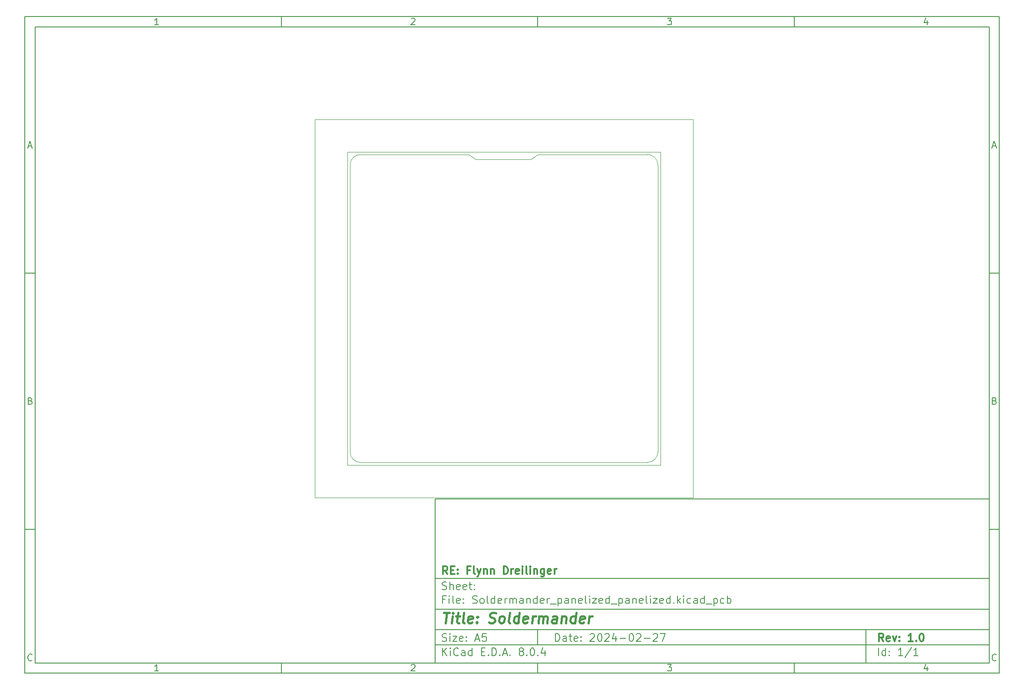
<source format=gbr>
%TF.GenerationSoftware,KiCad,Pcbnew,8.0.4*%
%TF.CreationDate,2024-07-26T00:04:39-07:00*%
%TF.ProjectId,Soldermander_panelized_panelized,536f6c64-6572-46d6-916e-6465725f7061,1.0*%
%TF.SameCoordinates,Original*%
%TF.FileFunction,Profile,NP*%
%FSLAX46Y46*%
G04 Gerber Fmt 4.6, Leading zero omitted, Abs format (unit mm)*
G04 Created by KiCad (PCBNEW 8.0.4) date 2024-07-26 00:04:39*
%MOMM*%
%LPD*%
G01*
G04 APERTURE LIST*
%ADD10C,0.100000*%
%ADD11C,0.150000*%
%ADD12C,0.300000*%
%ADD13C,0.400000*%
%TA.AperFunction,Profile*%
%ADD14C,0.100000*%
%TD*%
G04 APERTURE END LIST*
D10*
D11*
X90007200Y-104005800D02*
X198007200Y-104005800D01*
X198007200Y-136005800D01*
X90007200Y-136005800D01*
X90007200Y-104005800D01*
D10*
D11*
X10000000Y-10000000D02*
X200007200Y-10000000D01*
X200007200Y-138005800D01*
X10000000Y-138005800D01*
X10000000Y-10000000D01*
D10*
D11*
X12000000Y-12000000D02*
X198007200Y-12000000D01*
X198007200Y-136005800D01*
X12000000Y-136005800D01*
X12000000Y-12000000D01*
D10*
D11*
X60000000Y-12000000D02*
X60000000Y-10000000D01*
D10*
D11*
X110000000Y-12000000D02*
X110000000Y-10000000D01*
D10*
D11*
X160000000Y-12000000D02*
X160000000Y-10000000D01*
D10*
D11*
X36089160Y-11593604D02*
X35346303Y-11593604D01*
X35717731Y-11593604D02*
X35717731Y-10293604D01*
X35717731Y-10293604D02*
X35593922Y-10479319D01*
X35593922Y-10479319D02*
X35470112Y-10603128D01*
X35470112Y-10603128D02*
X35346303Y-10665033D01*
D10*
D11*
X85346303Y-10417414D02*
X85408207Y-10355509D01*
X85408207Y-10355509D02*
X85532017Y-10293604D01*
X85532017Y-10293604D02*
X85841541Y-10293604D01*
X85841541Y-10293604D02*
X85965350Y-10355509D01*
X85965350Y-10355509D02*
X86027255Y-10417414D01*
X86027255Y-10417414D02*
X86089160Y-10541223D01*
X86089160Y-10541223D02*
X86089160Y-10665033D01*
X86089160Y-10665033D02*
X86027255Y-10850747D01*
X86027255Y-10850747D02*
X85284398Y-11593604D01*
X85284398Y-11593604D02*
X86089160Y-11593604D01*
D10*
D11*
X135284398Y-10293604D02*
X136089160Y-10293604D01*
X136089160Y-10293604D02*
X135655826Y-10788842D01*
X135655826Y-10788842D02*
X135841541Y-10788842D01*
X135841541Y-10788842D02*
X135965350Y-10850747D01*
X135965350Y-10850747D02*
X136027255Y-10912652D01*
X136027255Y-10912652D02*
X136089160Y-11036461D01*
X136089160Y-11036461D02*
X136089160Y-11345985D01*
X136089160Y-11345985D02*
X136027255Y-11469795D01*
X136027255Y-11469795D02*
X135965350Y-11531700D01*
X135965350Y-11531700D02*
X135841541Y-11593604D01*
X135841541Y-11593604D02*
X135470112Y-11593604D01*
X135470112Y-11593604D02*
X135346303Y-11531700D01*
X135346303Y-11531700D02*
X135284398Y-11469795D01*
D10*
D11*
X185965350Y-10726938D02*
X185965350Y-11593604D01*
X185655826Y-10231700D02*
X185346303Y-11160271D01*
X185346303Y-11160271D02*
X186151064Y-11160271D01*
D10*
D11*
X60000000Y-136005800D02*
X60000000Y-138005800D01*
D10*
D11*
X110000000Y-136005800D02*
X110000000Y-138005800D01*
D10*
D11*
X160000000Y-136005800D02*
X160000000Y-138005800D01*
D10*
D11*
X36089160Y-137599404D02*
X35346303Y-137599404D01*
X35717731Y-137599404D02*
X35717731Y-136299404D01*
X35717731Y-136299404D02*
X35593922Y-136485119D01*
X35593922Y-136485119D02*
X35470112Y-136608928D01*
X35470112Y-136608928D02*
X35346303Y-136670833D01*
D10*
D11*
X85346303Y-136423214D02*
X85408207Y-136361309D01*
X85408207Y-136361309D02*
X85532017Y-136299404D01*
X85532017Y-136299404D02*
X85841541Y-136299404D01*
X85841541Y-136299404D02*
X85965350Y-136361309D01*
X85965350Y-136361309D02*
X86027255Y-136423214D01*
X86027255Y-136423214D02*
X86089160Y-136547023D01*
X86089160Y-136547023D02*
X86089160Y-136670833D01*
X86089160Y-136670833D02*
X86027255Y-136856547D01*
X86027255Y-136856547D02*
X85284398Y-137599404D01*
X85284398Y-137599404D02*
X86089160Y-137599404D01*
D10*
D11*
X135284398Y-136299404D02*
X136089160Y-136299404D01*
X136089160Y-136299404D02*
X135655826Y-136794642D01*
X135655826Y-136794642D02*
X135841541Y-136794642D01*
X135841541Y-136794642D02*
X135965350Y-136856547D01*
X135965350Y-136856547D02*
X136027255Y-136918452D01*
X136027255Y-136918452D02*
X136089160Y-137042261D01*
X136089160Y-137042261D02*
X136089160Y-137351785D01*
X136089160Y-137351785D02*
X136027255Y-137475595D01*
X136027255Y-137475595D02*
X135965350Y-137537500D01*
X135965350Y-137537500D02*
X135841541Y-137599404D01*
X135841541Y-137599404D02*
X135470112Y-137599404D01*
X135470112Y-137599404D02*
X135346303Y-137537500D01*
X135346303Y-137537500D02*
X135284398Y-137475595D01*
D10*
D11*
X185965350Y-136732738D02*
X185965350Y-137599404D01*
X185655826Y-136237500D02*
X185346303Y-137166071D01*
X185346303Y-137166071D02*
X186151064Y-137166071D01*
D10*
D11*
X10000000Y-60000000D02*
X12000000Y-60000000D01*
D10*
D11*
X10000000Y-110000000D02*
X12000000Y-110000000D01*
D10*
D11*
X10690476Y-35222176D02*
X11309523Y-35222176D01*
X10566666Y-35593604D02*
X10999999Y-34293604D01*
X10999999Y-34293604D02*
X11433333Y-35593604D01*
D10*
D11*
X11092857Y-84912652D02*
X11278571Y-84974557D01*
X11278571Y-84974557D02*
X11340476Y-85036461D01*
X11340476Y-85036461D02*
X11402380Y-85160271D01*
X11402380Y-85160271D02*
X11402380Y-85345985D01*
X11402380Y-85345985D02*
X11340476Y-85469795D01*
X11340476Y-85469795D02*
X11278571Y-85531700D01*
X11278571Y-85531700D02*
X11154761Y-85593604D01*
X11154761Y-85593604D02*
X10659523Y-85593604D01*
X10659523Y-85593604D02*
X10659523Y-84293604D01*
X10659523Y-84293604D02*
X11092857Y-84293604D01*
X11092857Y-84293604D02*
X11216666Y-84355509D01*
X11216666Y-84355509D02*
X11278571Y-84417414D01*
X11278571Y-84417414D02*
X11340476Y-84541223D01*
X11340476Y-84541223D02*
X11340476Y-84665033D01*
X11340476Y-84665033D02*
X11278571Y-84788842D01*
X11278571Y-84788842D02*
X11216666Y-84850747D01*
X11216666Y-84850747D02*
X11092857Y-84912652D01*
X11092857Y-84912652D02*
X10659523Y-84912652D01*
D10*
D11*
X11402380Y-135469795D02*
X11340476Y-135531700D01*
X11340476Y-135531700D02*
X11154761Y-135593604D01*
X11154761Y-135593604D02*
X11030952Y-135593604D01*
X11030952Y-135593604D02*
X10845238Y-135531700D01*
X10845238Y-135531700D02*
X10721428Y-135407890D01*
X10721428Y-135407890D02*
X10659523Y-135284080D01*
X10659523Y-135284080D02*
X10597619Y-135036461D01*
X10597619Y-135036461D02*
X10597619Y-134850747D01*
X10597619Y-134850747D02*
X10659523Y-134603128D01*
X10659523Y-134603128D02*
X10721428Y-134479319D01*
X10721428Y-134479319D02*
X10845238Y-134355509D01*
X10845238Y-134355509D02*
X11030952Y-134293604D01*
X11030952Y-134293604D02*
X11154761Y-134293604D01*
X11154761Y-134293604D02*
X11340476Y-134355509D01*
X11340476Y-134355509D02*
X11402380Y-134417414D01*
D10*
D11*
X200007200Y-60000000D02*
X198007200Y-60000000D01*
D10*
D11*
X200007200Y-110000000D02*
X198007200Y-110000000D01*
D10*
D11*
X198697676Y-35222176D02*
X199316723Y-35222176D01*
X198573866Y-35593604D02*
X199007199Y-34293604D01*
X199007199Y-34293604D02*
X199440533Y-35593604D01*
D10*
D11*
X199100057Y-84912652D02*
X199285771Y-84974557D01*
X199285771Y-84974557D02*
X199347676Y-85036461D01*
X199347676Y-85036461D02*
X199409580Y-85160271D01*
X199409580Y-85160271D02*
X199409580Y-85345985D01*
X199409580Y-85345985D02*
X199347676Y-85469795D01*
X199347676Y-85469795D02*
X199285771Y-85531700D01*
X199285771Y-85531700D02*
X199161961Y-85593604D01*
X199161961Y-85593604D02*
X198666723Y-85593604D01*
X198666723Y-85593604D02*
X198666723Y-84293604D01*
X198666723Y-84293604D02*
X199100057Y-84293604D01*
X199100057Y-84293604D02*
X199223866Y-84355509D01*
X199223866Y-84355509D02*
X199285771Y-84417414D01*
X199285771Y-84417414D02*
X199347676Y-84541223D01*
X199347676Y-84541223D02*
X199347676Y-84665033D01*
X199347676Y-84665033D02*
X199285771Y-84788842D01*
X199285771Y-84788842D02*
X199223866Y-84850747D01*
X199223866Y-84850747D02*
X199100057Y-84912652D01*
X199100057Y-84912652D02*
X198666723Y-84912652D01*
D10*
D11*
X199409580Y-135469795D02*
X199347676Y-135531700D01*
X199347676Y-135531700D02*
X199161961Y-135593604D01*
X199161961Y-135593604D02*
X199038152Y-135593604D01*
X199038152Y-135593604D02*
X198852438Y-135531700D01*
X198852438Y-135531700D02*
X198728628Y-135407890D01*
X198728628Y-135407890D02*
X198666723Y-135284080D01*
X198666723Y-135284080D02*
X198604819Y-135036461D01*
X198604819Y-135036461D02*
X198604819Y-134850747D01*
X198604819Y-134850747D02*
X198666723Y-134603128D01*
X198666723Y-134603128D02*
X198728628Y-134479319D01*
X198728628Y-134479319D02*
X198852438Y-134355509D01*
X198852438Y-134355509D02*
X199038152Y-134293604D01*
X199038152Y-134293604D02*
X199161961Y-134293604D01*
X199161961Y-134293604D02*
X199347676Y-134355509D01*
X199347676Y-134355509D02*
X199409580Y-134417414D01*
D10*
D11*
X113463026Y-131791928D02*
X113463026Y-130291928D01*
X113463026Y-130291928D02*
X113820169Y-130291928D01*
X113820169Y-130291928D02*
X114034455Y-130363357D01*
X114034455Y-130363357D02*
X114177312Y-130506214D01*
X114177312Y-130506214D02*
X114248741Y-130649071D01*
X114248741Y-130649071D02*
X114320169Y-130934785D01*
X114320169Y-130934785D02*
X114320169Y-131149071D01*
X114320169Y-131149071D02*
X114248741Y-131434785D01*
X114248741Y-131434785D02*
X114177312Y-131577642D01*
X114177312Y-131577642D02*
X114034455Y-131720500D01*
X114034455Y-131720500D02*
X113820169Y-131791928D01*
X113820169Y-131791928D02*
X113463026Y-131791928D01*
X115605884Y-131791928D02*
X115605884Y-131006214D01*
X115605884Y-131006214D02*
X115534455Y-130863357D01*
X115534455Y-130863357D02*
X115391598Y-130791928D01*
X115391598Y-130791928D02*
X115105884Y-130791928D01*
X115105884Y-130791928D02*
X114963026Y-130863357D01*
X115605884Y-131720500D02*
X115463026Y-131791928D01*
X115463026Y-131791928D02*
X115105884Y-131791928D01*
X115105884Y-131791928D02*
X114963026Y-131720500D01*
X114963026Y-131720500D02*
X114891598Y-131577642D01*
X114891598Y-131577642D02*
X114891598Y-131434785D01*
X114891598Y-131434785D02*
X114963026Y-131291928D01*
X114963026Y-131291928D02*
X115105884Y-131220500D01*
X115105884Y-131220500D02*
X115463026Y-131220500D01*
X115463026Y-131220500D02*
X115605884Y-131149071D01*
X116105884Y-130791928D02*
X116677312Y-130791928D01*
X116320169Y-130291928D02*
X116320169Y-131577642D01*
X116320169Y-131577642D02*
X116391598Y-131720500D01*
X116391598Y-131720500D02*
X116534455Y-131791928D01*
X116534455Y-131791928D02*
X116677312Y-131791928D01*
X117748741Y-131720500D02*
X117605884Y-131791928D01*
X117605884Y-131791928D02*
X117320170Y-131791928D01*
X117320170Y-131791928D02*
X117177312Y-131720500D01*
X117177312Y-131720500D02*
X117105884Y-131577642D01*
X117105884Y-131577642D02*
X117105884Y-131006214D01*
X117105884Y-131006214D02*
X117177312Y-130863357D01*
X117177312Y-130863357D02*
X117320170Y-130791928D01*
X117320170Y-130791928D02*
X117605884Y-130791928D01*
X117605884Y-130791928D02*
X117748741Y-130863357D01*
X117748741Y-130863357D02*
X117820170Y-131006214D01*
X117820170Y-131006214D02*
X117820170Y-131149071D01*
X117820170Y-131149071D02*
X117105884Y-131291928D01*
X118463026Y-131649071D02*
X118534455Y-131720500D01*
X118534455Y-131720500D02*
X118463026Y-131791928D01*
X118463026Y-131791928D02*
X118391598Y-131720500D01*
X118391598Y-131720500D02*
X118463026Y-131649071D01*
X118463026Y-131649071D02*
X118463026Y-131791928D01*
X118463026Y-130863357D02*
X118534455Y-130934785D01*
X118534455Y-130934785D02*
X118463026Y-131006214D01*
X118463026Y-131006214D02*
X118391598Y-130934785D01*
X118391598Y-130934785D02*
X118463026Y-130863357D01*
X118463026Y-130863357D02*
X118463026Y-131006214D01*
X120248741Y-130434785D02*
X120320169Y-130363357D01*
X120320169Y-130363357D02*
X120463027Y-130291928D01*
X120463027Y-130291928D02*
X120820169Y-130291928D01*
X120820169Y-130291928D02*
X120963027Y-130363357D01*
X120963027Y-130363357D02*
X121034455Y-130434785D01*
X121034455Y-130434785D02*
X121105884Y-130577642D01*
X121105884Y-130577642D02*
X121105884Y-130720500D01*
X121105884Y-130720500D02*
X121034455Y-130934785D01*
X121034455Y-130934785D02*
X120177312Y-131791928D01*
X120177312Y-131791928D02*
X121105884Y-131791928D01*
X122034455Y-130291928D02*
X122177312Y-130291928D01*
X122177312Y-130291928D02*
X122320169Y-130363357D01*
X122320169Y-130363357D02*
X122391598Y-130434785D01*
X122391598Y-130434785D02*
X122463026Y-130577642D01*
X122463026Y-130577642D02*
X122534455Y-130863357D01*
X122534455Y-130863357D02*
X122534455Y-131220500D01*
X122534455Y-131220500D02*
X122463026Y-131506214D01*
X122463026Y-131506214D02*
X122391598Y-131649071D01*
X122391598Y-131649071D02*
X122320169Y-131720500D01*
X122320169Y-131720500D02*
X122177312Y-131791928D01*
X122177312Y-131791928D02*
X122034455Y-131791928D01*
X122034455Y-131791928D02*
X121891598Y-131720500D01*
X121891598Y-131720500D02*
X121820169Y-131649071D01*
X121820169Y-131649071D02*
X121748740Y-131506214D01*
X121748740Y-131506214D02*
X121677312Y-131220500D01*
X121677312Y-131220500D02*
X121677312Y-130863357D01*
X121677312Y-130863357D02*
X121748740Y-130577642D01*
X121748740Y-130577642D02*
X121820169Y-130434785D01*
X121820169Y-130434785D02*
X121891598Y-130363357D01*
X121891598Y-130363357D02*
X122034455Y-130291928D01*
X123105883Y-130434785D02*
X123177311Y-130363357D01*
X123177311Y-130363357D02*
X123320169Y-130291928D01*
X123320169Y-130291928D02*
X123677311Y-130291928D01*
X123677311Y-130291928D02*
X123820169Y-130363357D01*
X123820169Y-130363357D02*
X123891597Y-130434785D01*
X123891597Y-130434785D02*
X123963026Y-130577642D01*
X123963026Y-130577642D02*
X123963026Y-130720500D01*
X123963026Y-130720500D02*
X123891597Y-130934785D01*
X123891597Y-130934785D02*
X123034454Y-131791928D01*
X123034454Y-131791928D02*
X123963026Y-131791928D01*
X125248740Y-130791928D02*
X125248740Y-131791928D01*
X124891597Y-130220500D02*
X124534454Y-131291928D01*
X124534454Y-131291928D02*
X125463025Y-131291928D01*
X126034453Y-131220500D02*
X127177311Y-131220500D01*
X128177311Y-130291928D02*
X128320168Y-130291928D01*
X128320168Y-130291928D02*
X128463025Y-130363357D01*
X128463025Y-130363357D02*
X128534454Y-130434785D01*
X128534454Y-130434785D02*
X128605882Y-130577642D01*
X128605882Y-130577642D02*
X128677311Y-130863357D01*
X128677311Y-130863357D02*
X128677311Y-131220500D01*
X128677311Y-131220500D02*
X128605882Y-131506214D01*
X128605882Y-131506214D02*
X128534454Y-131649071D01*
X128534454Y-131649071D02*
X128463025Y-131720500D01*
X128463025Y-131720500D02*
X128320168Y-131791928D01*
X128320168Y-131791928D02*
X128177311Y-131791928D01*
X128177311Y-131791928D02*
X128034454Y-131720500D01*
X128034454Y-131720500D02*
X127963025Y-131649071D01*
X127963025Y-131649071D02*
X127891596Y-131506214D01*
X127891596Y-131506214D02*
X127820168Y-131220500D01*
X127820168Y-131220500D02*
X127820168Y-130863357D01*
X127820168Y-130863357D02*
X127891596Y-130577642D01*
X127891596Y-130577642D02*
X127963025Y-130434785D01*
X127963025Y-130434785D02*
X128034454Y-130363357D01*
X128034454Y-130363357D02*
X128177311Y-130291928D01*
X129248739Y-130434785D02*
X129320167Y-130363357D01*
X129320167Y-130363357D02*
X129463025Y-130291928D01*
X129463025Y-130291928D02*
X129820167Y-130291928D01*
X129820167Y-130291928D02*
X129963025Y-130363357D01*
X129963025Y-130363357D02*
X130034453Y-130434785D01*
X130034453Y-130434785D02*
X130105882Y-130577642D01*
X130105882Y-130577642D02*
X130105882Y-130720500D01*
X130105882Y-130720500D02*
X130034453Y-130934785D01*
X130034453Y-130934785D02*
X129177310Y-131791928D01*
X129177310Y-131791928D02*
X130105882Y-131791928D01*
X130748738Y-131220500D02*
X131891596Y-131220500D01*
X132534453Y-130434785D02*
X132605881Y-130363357D01*
X132605881Y-130363357D02*
X132748739Y-130291928D01*
X132748739Y-130291928D02*
X133105881Y-130291928D01*
X133105881Y-130291928D02*
X133248739Y-130363357D01*
X133248739Y-130363357D02*
X133320167Y-130434785D01*
X133320167Y-130434785D02*
X133391596Y-130577642D01*
X133391596Y-130577642D02*
X133391596Y-130720500D01*
X133391596Y-130720500D02*
X133320167Y-130934785D01*
X133320167Y-130934785D02*
X132463024Y-131791928D01*
X132463024Y-131791928D02*
X133391596Y-131791928D01*
X133891595Y-130291928D02*
X134891595Y-130291928D01*
X134891595Y-130291928D02*
X134248738Y-131791928D01*
D10*
D11*
X90007200Y-132505800D02*
X198007200Y-132505800D01*
D10*
D11*
X91463026Y-134591928D02*
X91463026Y-133091928D01*
X92320169Y-134591928D02*
X91677312Y-133734785D01*
X92320169Y-133091928D02*
X91463026Y-133949071D01*
X92963026Y-134591928D02*
X92963026Y-133591928D01*
X92963026Y-133091928D02*
X92891598Y-133163357D01*
X92891598Y-133163357D02*
X92963026Y-133234785D01*
X92963026Y-133234785D02*
X93034455Y-133163357D01*
X93034455Y-133163357D02*
X92963026Y-133091928D01*
X92963026Y-133091928D02*
X92963026Y-133234785D01*
X94534455Y-134449071D02*
X94463027Y-134520500D01*
X94463027Y-134520500D02*
X94248741Y-134591928D01*
X94248741Y-134591928D02*
X94105884Y-134591928D01*
X94105884Y-134591928D02*
X93891598Y-134520500D01*
X93891598Y-134520500D02*
X93748741Y-134377642D01*
X93748741Y-134377642D02*
X93677312Y-134234785D01*
X93677312Y-134234785D02*
X93605884Y-133949071D01*
X93605884Y-133949071D02*
X93605884Y-133734785D01*
X93605884Y-133734785D02*
X93677312Y-133449071D01*
X93677312Y-133449071D02*
X93748741Y-133306214D01*
X93748741Y-133306214D02*
X93891598Y-133163357D01*
X93891598Y-133163357D02*
X94105884Y-133091928D01*
X94105884Y-133091928D02*
X94248741Y-133091928D01*
X94248741Y-133091928D02*
X94463027Y-133163357D01*
X94463027Y-133163357D02*
X94534455Y-133234785D01*
X95820170Y-134591928D02*
X95820170Y-133806214D01*
X95820170Y-133806214D02*
X95748741Y-133663357D01*
X95748741Y-133663357D02*
X95605884Y-133591928D01*
X95605884Y-133591928D02*
X95320170Y-133591928D01*
X95320170Y-133591928D02*
X95177312Y-133663357D01*
X95820170Y-134520500D02*
X95677312Y-134591928D01*
X95677312Y-134591928D02*
X95320170Y-134591928D01*
X95320170Y-134591928D02*
X95177312Y-134520500D01*
X95177312Y-134520500D02*
X95105884Y-134377642D01*
X95105884Y-134377642D02*
X95105884Y-134234785D01*
X95105884Y-134234785D02*
X95177312Y-134091928D01*
X95177312Y-134091928D02*
X95320170Y-134020500D01*
X95320170Y-134020500D02*
X95677312Y-134020500D01*
X95677312Y-134020500D02*
X95820170Y-133949071D01*
X97177313Y-134591928D02*
X97177313Y-133091928D01*
X97177313Y-134520500D02*
X97034455Y-134591928D01*
X97034455Y-134591928D02*
X96748741Y-134591928D01*
X96748741Y-134591928D02*
X96605884Y-134520500D01*
X96605884Y-134520500D02*
X96534455Y-134449071D01*
X96534455Y-134449071D02*
X96463027Y-134306214D01*
X96463027Y-134306214D02*
X96463027Y-133877642D01*
X96463027Y-133877642D02*
X96534455Y-133734785D01*
X96534455Y-133734785D02*
X96605884Y-133663357D01*
X96605884Y-133663357D02*
X96748741Y-133591928D01*
X96748741Y-133591928D02*
X97034455Y-133591928D01*
X97034455Y-133591928D02*
X97177313Y-133663357D01*
X99034455Y-133806214D02*
X99534455Y-133806214D01*
X99748741Y-134591928D02*
X99034455Y-134591928D01*
X99034455Y-134591928D02*
X99034455Y-133091928D01*
X99034455Y-133091928D02*
X99748741Y-133091928D01*
X100391598Y-134449071D02*
X100463027Y-134520500D01*
X100463027Y-134520500D02*
X100391598Y-134591928D01*
X100391598Y-134591928D02*
X100320170Y-134520500D01*
X100320170Y-134520500D02*
X100391598Y-134449071D01*
X100391598Y-134449071D02*
X100391598Y-134591928D01*
X101105884Y-134591928D02*
X101105884Y-133091928D01*
X101105884Y-133091928D02*
X101463027Y-133091928D01*
X101463027Y-133091928D02*
X101677313Y-133163357D01*
X101677313Y-133163357D02*
X101820170Y-133306214D01*
X101820170Y-133306214D02*
X101891599Y-133449071D01*
X101891599Y-133449071D02*
X101963027Y-133734785D01*
X101963027Y-133734785D02*
X101963027Y-133949071D01*
X101963027Y-133949071D02*
X101891599Y-134234785D01*
X101891599Y-134234785D02*
X101820170Y-134377642D01*
X101820170Y-134377642D02*
X101677313Y-134520500D01*
X101677313Y-134520500D02*
X101463027Y-134591928D01*
X101463027Y-134591928D02*
X101105884Y-134591928D01*
X102605884Y-134449071D02*
X102677313Y-134520500D01*
X102677313Y-134520500D02*
X102605884Y-134591928D01*
X102605884Y-134591928D02*
X102534456Y-134520500D01*
X102534456Y-134520500D02*
X102605884Y-134449071D01*
X102605884Y-134449071D02*
X102605884Y-134591928D01*
X103248742Y-134163357D02*
X103963028Y-134163357D01*
X103105885Y-134591928D02*
X103605885Y-133091928D01*
X103605885Y-133091928D02*
X104105885Y-134591928D01*
X104605884Y-134449071D02*
X104677313Y-134520500D01*
X104677313Y-134520500D02*
X104605884Y-134591928D01*
X104605884Y-134591928D02*
X104534456Y-134520500D01*
X104534456Y-134520500D02*
X104605884Y-134449071D01*
X104605884Y-134449071D02*
X104605884Y-134591928D01*
X106677313Y-133734785D02*
X106534456Y-133663357D01*
X106534456Y-133663357D02*
X106463027Y-133591928D01*
X106463027Y-133591928D02*
X106391599Y-133449071D01*
X106391599Y-133449071D02*
X106391599Y-133377642D01*
X106391599Y-133377642D02*
X106463027Y-133234785D01*
X106463027Y-133234785D02*
X106534456Y-133163357D01*
X106534456Y-133163357D02*
X106677313Y-133091928D01*
X106677313Y-133091928D02*
X106963027Y-133091928D01*
X106963027Y-133091928D02*
X107105885Y-133163357D01*
X107105885Y-133163357D02*
X107177313Y-133234785D01*
X107177313Y-133234785D02*
X107248742Y-133377642D01*
X107248742Y-133377642D02*
X107248742Y-133449071D01*
X107248742Y-133449071D02*
X107177313Y-133591928D01*
X107177313Y-133591928D02*
X107105885Y-133663357D01*
X107105885Y-133663357D02*
X106963027Y-133734785D01*
X106963027Y-133734785D02*
X106677313Y-133734785D01*
X106677313Y-133734785D02*
X106534456Y-133806214D01*
X106534456Y-133806214D02*
X106463027Y-133877642D01*
X106463027Y-133877642D02*
X106391599Y-134020500D01*
X106391599Y-134020500D02*
X106391599Y-134306214D01*
X106391599Y-134306214D02*
X106463027Y-134449071D01*
X106463027Y-134449071D02*
X106534456Y-134520500D01*
X106534456Y-134520500D02*
X106677313Y-134591928D01*
X106677313Y-134591928D02*
X106963027Y-134591928D01*
X106963027Y-134591928D02*
X107105885Y-134520500D01*
X107105885Y-134520500D02*
X107177313Y-134449071D01*
X107177313Y-134449071D02*
X107248742Y-134306214D01*
X107248742Y-134306214D02*
X107248742Y-134020500D01*
X107248742Y-134020500D02*
X107177313Y-133877642D01*
X107177313Y-133877642D02*
X107105885Y-133806214D01*
X107105885Y-133806214D02*
X106963027Y-133734785D01*
X107891598Y-134449071D02*
X107963027Y-134520500D01*
X107963027Y-134520500D02*
X107891598Y-134591928D01*
X107891598Y-134591928D02*
X107820170Y-134520500D01*
X107820170Y-134520500D02*
X107891598Y-134449071D01*
X107891598Y-134449071D02*
X107891598Y-134591928D01*
X108891599Y-133091928D02*
X109034456Y-133091928D01*
X109034456Y-133091928D02*
X109177313Y-133163357D01*
X109177313Y-133163357D02*
X109248742Y-133234785D01*
X109248742Y-133234785D02*
X109320170Y-133377642D01*
X109320170Y-133377642D02*
X109391599Y-133663357D01*
X109391599Y-133663357D02*
X109391599Y-134020500D01*
X109391599Y-134020500D02*
X109320170Y-134306214D01*
X109320170Y-134306214D02*
X109248742Y-134449071D01*
X109248742Y-134449071D02*
X109177313Y-134520500D01*
X109177313Y-134520500D02*
X109034456Y-134591928D01*
X109034456Y-134591928D02*
X108891599Y-134591928D01*
X108891599Y-134591928D02*
X108748742Y-134520500D01*
X108748742Y-134520500D02*
X108677313Y-134449071D01*
X108677313Y-134449071D02*
X108605884Y-134306214D01*
X108605884Y-134306214D02*
X108534456Y-134020500D01*
X108534456Y-134020500D02*
X108534456Y-133663357D01*
X108534456Y-133663357D02*
X108605884Y-133377642D01*
X108605884Y-133377642D02*
X108677313Y-133234785D01*
X108677313Y-133234785D02*
X108748742Y-133163357D01*
X108748742Y-133163357D02*
X108891599Y-133091928D01*
X110034455Y-134449071D02*
X110105884Y-134520500D01*
X110105884Y-134520500D02*
X110034455Y-134591928D01*
X110034455Y-134591928D02*
X109963027Y-134520500D01*
X109963027Y-134520500D02*
X110034455Y-134449071D01*
X110034455Y-134449071D02*
X110034455Y-134591928D01*
X111391599Y-133591928D02*
X111391599Y-134591928D01*
X111034456Y-133020500D02*
X110677313Y-134091928D01*
X110677313Y-134091928D02*
X111605884Y-134091928D01*
D10*
D11*
X90007200Y-129505800D02*
X198007200Y-129505800D01*
D10*
D12*
X177418853Y-131784128D02*
X176918853Y-131069842D01*
X176561710Y-131784128D02*
X176561710Y-130284128D01*
X176561710Y-130284128D02*
X177133139Y-130284128D01*
X177133139Y-130284128D02*
X177275996Y-130355557D01*
X177275996Y-130355557D02*
X177347425Y-130426985D01*
X177347425Y-130426985D02*
X177418853Y-130569842D01*
X177418853Y-130569842D02*
X177418853Y-130784128D01*
X177418853Y-130784128D02*
X177347425Y-130926985D01*
X177347425Y-130926985D02*
X177275996Y-130998414D01*
X177275996Y-130998414D02*
X177133139Y-131069842D01*
X177133139Y-131069842D02*
X176561710Y-131069842D01*
X178633139Y-131712700D02*
X178490282Y-131784128D01*
X178490282Y-131784128D02*
X178204568Y-131784128D01*
X178204568Y-131784128D02*
X178061710Y-131712700D01*
X178061710Y-131712700D02*
X177990282Y-131569842D01*
X177990282Y-131569842D02*
X177990282Y-130998414D01*
X177990282Y-130998414D02*
X178061710Y-130855557D01*
X178061710Y-130855557D02*
X178204568Y-130784128D01*
X178204568Y-130784128D02*
X178490282Y-130784128D01*
X178490282Y-130784128D02*
X178633139Y-130855557D01*
X178633139Y-130855557D02*
X178704568Y-130998414D01*
X178704568Y-130998414D02*
X178704568Y-131141271D01*
X178704568Y-131141271D02*
X177990282Y-131284128D01*
X179204567Y-130784128D02*
X179561710Y-131784128D01*
X179561710Y-131784128D02*
X179918853Y-130784128D01*
X180490281Y-131641271D02*
X180561710Y-131712700D01*
X180561710Y-131712700D02*
X180490281Y-131784128D01*
X180490281Y-131784128D02*
X180418853Y-131712700D01*
X180418853Y-131712700D02*
X180490281Y-131641271D01*
X180490281Y-131641271D02*
X180490281Y-131784128D01*
X180490281Y-130855557D02*
X180561710Y-130926985D01*
X180561710Y-130926985D02*
X180490281Y-130998414D01*
X180490281Y-130998414D02*
X180418853Y-130926985D01*
X180418853Y-130926985D02*
X180490281Y-130855557D01*
X180490281Y-130855557D02*
X180490281Y-130998414D01*
X183133139Y-131784128D02*
X182275996Y-131784128D01*
X182704567Y-131784128D02*
X182704567Y-130284128D01*
X182704567Y-130284128D02*
X182561710Y-130498414D01*
X182561710Y-130498414D02*
X182418853Y-130641271D01*
X182418853Y-130641271D02*
X182275996Y-130712700D01*
X183775995Y-131641271D02*
X183847424Y-131712700D01*
X183847424Y-131712700D02*
X183775995Y-131784128D01*
X183775995Y-131784128D02*
X183704567Y-131712700D01*
X183704567Y-131712700D02*
X183775995Y-131641271D01*
X183775995Y-131641271D02*
X183775995Y-131784128D01*
X184775996Y-130284128D02*
X184918853Y-130284128D01*
X184918853Y-130284128D02*
X185061710Y-130355557D01*
X185061710Y-130355557D02*
X185133139Y-130426985D01*
X185133139Y-130426985D02*
X185204567Y-130569842D01*
X185204567Y-130569842D02*
X185275996Y-130855557D01*
X185275996Y-130855557D02*
X185275996Y-131212700D01*
X185275996Y-131212700D02*
X185204567Y-131498414D01*
X185204567Y-131498414D02*
X185133139Y-131641271D01*
X185133139Y-131641271D02*
X185061710Y-131712700D01*
X185061710Y-131712700D02*
X184918853Y-131784128D01*
X184918853Y-131784128D02*
X184775996Y-131784128D01*
X184775996Y-131784128D02*
X184633139Y-131712700D01*
X184633139Y-131712700D02*
X184561710Y-131641271D01*
X184561710Y-131641271D02*
X184490281Y-131498414D01*
X184490281Y-131498414D02*
X184418853Y-131212700D01*
X184418853Y-131212700D02*
X184418853Y-130855557D01*
X184418853Y-130855557D02*
X184490281Y-130569842D01*
X184490281Y-130569842D02*
X184561710Y-130426985D01*
X184561710Y-130426985D02*
X184633139Y-130355557D01*
X184633139Y-130355557D02*
X184775996Y-130284128D01*
D10*
D11*
X91391598Y-131720500D02*
X91605884Y-131791928D01*
X91605884Y-131791928D02*
X91963026Y-131791928D01*
X91963026Y-131791928D02*
X92105884Y-131720500D01*
X92105884Y-131720500D02*
X92177312Y-131649071D01*
X92177312Y-131649071D02*
X92248741Y-131506214D01*
X92248741Y-131506214D02*
X92248741Y-131363357D01*
X92248741Y-131363357D02*
X92177312Y-131220500D01*
X92177312Y-131220500D02*
X92105884Y-131149071D01*
X92105884Y-131149071D02*
X91963026Y-131077642D01*
X91963026Y-131077642D02*
X91677312Y-131006214D01*
X91677312Y-131006214D02*
X91534455Y-130934785D01*
X91534455Y-130934785D02*
X91463026Y-130863357D01*
X91463026Y-130863357D02*
X91391598Y-130720500D01*
X91391598Y-130720500D02*
X91391598Y-130577642D01*
X91391598Y-130577642D02*
X91463026Y-130434785D01*
X91463026Y-130434785D02*
X91534455Y-130363357D01*
X91534455Y-130363357D02*
X91677312Y-130291928D01*
X91677312Y-130291928D02*
X92034455Y-130291928D01*
X92034455Y-130291928D02*
X92248741Y-130363357D01*
X92891597Y-131791928D02*
X92891597Y-130791928D01*
X92891597Y-130291928D02*
X92820169Y-130363357D01*
X92820169Y-130363357D02*
X92891597Y-130434785D01*
X92891597Y-130434785D02*
X92963026Y-130363357D01*
X92963026Y-130363357D02*
X92891597Y-130291928D01*
X92891597Y-130291928D02*
X92891597Y-130434785D01*
X93463026Y-130791928D02*
X94248741Y-130791928D01*
X94248741Y-130791928D02*
X93463026Y-131791928D01*
X93463026Y-131791928D02*
X94248741Y-131791928D01*
X95391598Y-131720500D02*
X95248741Y-131791928D01*
X95248741Y-131791928D02*
X94963027Y-131791928D01*
X94963027Y-131791928D02*
X94820169Y-131720500D01*
X94820169Y-131720500D02*
X94748741Y-131577642D01*
X94748741Y-131577642D02*
X94748741Y-131006214D01*
X94748741Y-131006214D02*
X94820169Y-130863357D01*
X94820169Y-130863357D02*
X94963027Y-130791928D01*
X94963027Y-130791928D02*
X95248741Y-130791928D01*
X95248741Y-130791928D02*
X95391598Y-130863357D01*
X95391598Y-130863357D02*
X95463027Y-131006214D01*
X95463027Y-131006214D02*
X95463027Y-131149071D01*
X95463027Y-131149071D02*
X94748741Y-131291928D01*
X96105883Y-131649071D02*
X96177312Y-131720500D01*
X96177312Y-131720500D02*
X96105883Y-131791928D01*
X96105883Y-131791928D02*
X96034455Y-131720500D01*
X96034455Y-131720500D02*
X96105883Y-131649071D01*
X96105883Y-131649071D02*
X96105883Y-131791928D01*
X96105883Y-130863357D02*
X96177312Y-130934785D01*
X96177312Y-130934785D02*
X96105883Y-131006214D01*
X96105883Y-131006214D02*
X96034455Y-130934785D01*
X96034455Y-130934785D02*
X96105883Y-130863357D01*
X96105883Y-130863357D02*
X96105883Y-131006214D01*
X97891598Y-131363357D02*
X98605884Y-131363357D01*
X97748741Y-131791928D02*
X98248741Y-130291928D01*
X98248741Y-130291928D02*
X98748741Y-131791928D01*
X99963026Y-130291928D02*
X99248740Y-130291928D01*
X99248740Y-130291928D02*
X99177312Y-131006214D01*
X99177312Y-131006214D02*
X99248740Y-130934785D01*
X99248740Y-130934785D02*
X99391598Y-130863357D01*
X99391598Y-130863357D02*
X99748740Y-130863357D01*
X99748740Y-130863357D02*
X99891598Y-130934785D01*
X99891598Y-130934785D02*
X99963026Y-131006214D01*
X99963026Y-131006214D02*
X100034455Y-131149071D01*
X100034455Y-131149071D02*
X100034455Y-131506214D01*
X100034455Y-131506214D02*
X99963026Y-131649071D01*
X99963026Y-131649071D02*
X99891598Y-131720500D01*
X99891598Y-131720500D02*
X99748740Y-131791928D01*
X99748740Y-131791928D02*
X99391598Y-131791928D01*
X99391598Y-131791928D02*
X99248740Y-131720500D01*
X99248740Y-131720500D02*
X99177312Y-131649071D01*
D10*
D11*
X176463026Y-134591928D02*
X176463026Y-133091928D01*
X177820170Y-134591928D02*
X177820170Y-133091928D01*
X177820170Y-134520500D02*
X177677312Y-134591928D01*
X177677312Y-134591928D02*
X177391598Y-134591928D01*
X177391598Y-134591928D02*
X177248741Y-134520500D01*
X177248741Y-134520500D02*
X177177312Y-134449071D01*
X177177312Y-134449071D02*
X177105884Y-134306214D01*
X177105884Y-134306214D02*
X177105884Y-133877642D01*
X177105884Y-133877642D02*
X177177312Y-133734785D01*
X177177312Y-133734785D02*
X177248741Y-133663357D01*
X177248741Y-133663357D02*
X177391598Y-133591928D01*
X177391598Y-133591928D02*
X177677312Y-133591928D01*
X177677312Y-133591928D02*
X177820170Y-133663357D01*
X178534455Y-134449071D02*
X178605884Y-134520500D01*
X178605884Y-134520500D02*
X178534455Y-134591928D01*
X178534455Y-134591928D02*
X178463027Y-134520500D01*
X178463027Y-134520500D02*
X178534455Y-134449071D01*
X178534455Y-134449071D02*
X178534455Y-134591928D01*
X178534455Y-133663357D02*
X178605884Y-133734785D01*
X178605884Y-133734785D02*
X178534455Y-133806214D01*
X178534455Y-133806214D02*
X178463027Y-133734785D01*
X178463027Y-133734785D02*
X178534455Y-133663357D01*
X178534455Y-133663357D02*
X178534455Y-133806214D01*
X181177313Y-134591928D02*
X180320170Y-134591928D01*
X180748741Y-134591928D02*
X180748741Y-133091928D01*
X180748741Y-133091928D02*
X180605884Y-133306214D01*
X180605884Y-133306214D02*
X180463027Y-133449071D01*
X180463027Y-133449071D02*
X180320170Y-133520500D01*
X182891598Y-133020500D02*
X181605884Y-134949071D01*
X184177313Y-134591928D02*
X183320170Y-134591928D01*
X183748741Y-134591928D02*
X183748741Y-133091928D01*
X183748741Y-133091928D02*
X183605884Y-133306214D01*
X183605884Y-133306214D02*
X183463027Y-133449071D01*
X183463027Y-133449071D02*
X183320170Y-133520500D01*
D10*
D11*
X90007200Y-125505800D02*
X198007200Y-125505800D01*
D10*
D13*
X91698928Y-126210238D02*
X92841785Y-126210238D01*
X92020357Y-128210238D02*
X92270357Y-126210238D01*
X93258452Y-128210238D02*
X93425119Y-126876904D01*
X93508452Y-126210238D02*
X93401309Y-126305476D01*
X93401309Y-126305476D02*
X93484643Y-126400714D01*
X93484643Y-126400714D02*
X93591786Y-126305476D01*
X93591786Y-126305476D02*
X93508452Y-126210238D01*
X93508452Y-126210238D02*
X93484643Y-126400714D01*
X94091786Y-126876904D02*
X94853690Y-126876904D01*
X94460833Y-126210238D02*
X94246548Y-127924523D01*
X94246548Y-127924523D02*
X94317976Y-128115000D01*
X94317976Y-128115000D02*
X94496548Y-128210238D01*
X94496548Y-128210238D02*
X94687024Y-128210238D01*
X95639405Y-128210238D02*
X95460833Y-128115000D01*
X95460833Y-128115000D02*
X95389405Y-127924523D01*
X95389405Y-127924523D02*
X95603690Y-126210238D01*
X97175119Y-128115000D02*
X96972738Y-128210238D01*
X96972738Y-128210238D02*
X96591785Y-128210238D01*
X96591785Y-128210238D02*
X96413214Y-128115000D01*
X96413214Y-128115000D02*
X96341785Y-127924523D01*
X96341785Y-127924523D02*
X96437024Y-127162619D01*
X96437024Y-127162619D02*
X96556071Y-126972142D01*
X96556071Y-126972142D02*
X96758452Y-126876904D01*
X96758452Y-126876904D02*
X97139404Y-126876904D01*
X97139404Y-126876904D02*
X97317976Y-126972142D01*
X97317976Y-126972142D02*
X97389404Y-127162619D01*
X97389404Y-127162619D02*
X97365595Y-127353095D01*
X97365595Y-127353095D02*
X96389404Y-127543571D01*
X98139405Y-128019761D02*
X98222738Y-128115000D01*
X98222738Y-128115000D02*
X98115595Y-128210238D01*
X98115595Y-128210238D02*
X98032262Y-128115000D01*
X98032262Y-128115000D02*
X98139405Y-128019761D01*
X98139405Y-128019761D02*
X98115595Y-128210238D01*
X98270357Y-126972142D02*
X98353690Y-127067380D01*
X98353690Y-127067380D02*
X98246548Y-127162619D01*
X98246548Y-127162619D02*
X98163214Y-127067380D01*
X98163214Y-127067380D02*
X98270357Y-126972142D01*
X98270357Y-126972142D02*
X98246548Y-127162619D01*
X100508453Y-128115000D02*
X100782262Y-128210238D01*
X100782262Y-128210238D02*
X101258453Y-128210238D01*
X101258453Y-128210238D02*
X101460834Y-128115000D01*
X101460834Y-128115000D02*
X101567977Y-128019761D01*
X101567977Y-128019761D02*
X101687024Y-127829285D01*
X101687024Y-127829285D02*
X101710834Y-127638809D01*
X101710834Y-127638809D02*
X101639405Y-127448333D01*
X101639405Y-127448333D02*
X101556072Y-127353095D01*
X101556072Y-127353095D02*
X101377501Y-127257857D01*
X101377501Y-127257857D02*
X101008453Y-127162619D01*
X101008453Y-127162619D02*
X100829881Y-127067380D01*
X100829881Y-127067380D02*
X100746548Y-126972142D01*
X100746548Y-126972142D02*
X100675120Y-126781666D01*
X100675120Y-126781666D02*
X100698929Y-126591190D01*
X100698929Y-126591190D02*
X100817977Y-126400714D01*
X100817977Y-126400714D02*
X100925120Y-126305476D01*
X100925120Y-126305476D02*
X101127501Y-126210238D01*
X101127501Y-126210238D02*
X101603691Y-126210238D01*
X101603691Y-126210238D02*
X101877501Y-126305476D01*
X102782263Y-128210238D02*
X102603691Y-128115000D01*
X102603691Y-128115000D02*
X102520358Y-128019761D01*
X102520358Y-128019761D02*
X102448929Y-127829285D01*
X102448929Y-127829285D02*
X102520358Y-127257857D01*
X102520358Y-127257857D02*
X102639405Y-127067380D01*
X102639405Y-127067380D02*
X102746548Y-126972142D01*
X102746548Y-126972142D02*
X102948929Y-126876904D01*
X102948929Y-126876904D02*
X103234643Y-126876904D01*
X103234643Y-126876904D02*
X103413215Y-126972142D01*
X103413215Y-126972142D02*
X103496548Y-127067380D01*
X103496548Y-127067380D02*
X103567977Y-127257857D01*
X103567977Y-127257857D02*
X103496548Y-127829285D01*
X103496548Y-127829285D02*
X103377501Y-128019761D01*
X103377501Y-128019761D02*
X103270358Y-128115000D01*
X103270358Y-128115000D02*
X103067977Y-128210238D01*
X103067977Y-128210238D02*
X102782263Y-128210238D01*
X104591787Y-128210238D02*
X104413215Y-128115000D01*
X104413215Y-128115000D02*
X104341787Y-127924523D01*
X104341787Y-127924523D02*
X104556072Y-126210238D01*
X106210834Y-128210238D02*
X106460834Y-126210238D01*
X106222739Y-128115000D02*
X106020358Y-128210238D01*
X106020358Y-128210238D02*
X105639406Y-128210238D01*
X105639406Y-128210238D02*
X105460834Y-128115000D01*
X105460834Y-128115000D02*
X105377501Y-128019761D01*
X105377501Y-128019761D02*
X105306072Y-127829285D01*
X105306072Y-127829285D02*
X105377501Y-127257857D01*
X105377501Y-127257857D02*
X105496548Y-127067380D01*
X105496548Y-127067380D02*
X105603691Y-126972142D01*
X105603691Y-126972142D02*
X105806072Y-126876904D01*
X105806072Y-126876904D02*
X106187025Y-126876904D01*
X106187025Y-126876904D02*
X106365596Y-126972142D01*
X107937025Y-128115000D02*
X107734644Y-128210238D01*
X107734644Y-128210238D02*
X107353691Y-128210238D01*
X107353691Y-128210238D02*
X107175120Y-128115000D01*
X107175120Y-128115000D02*
X107103691Y-127924523D01*
X107103691Y-127924523D02*
X107198930Y-127162619D01*
X107198930Y-127162619D02*
X107317977Y-126972142D01*
X107317977Y-126972142D02*
X107520358Y-126876904D01*
X107520358Y-126876904D02*
X107901310Y-126876904D01*
X107901310Y-126876904D02*
X108079882Y-126972142D01*
X108079882Y-126972142D02*
X108151310Y-127162619D01*
X108151310Y-127162619D02*
X108127501Y-127353095D01*
X108127501Y-127353095D02*
X107151310Y-127543571D01*
X108877501Y-128210238D02*
X109044168Y-126876904D01*
X108996549Y-127257857D02*
X109115596Y-127067380D01*
X109115596Y-127067380D02*
X109222739Y-126972142D01*
X109222739Y-126972142D02*
X109425120Y-126876904D01*
X109425120Y-126876904D02*
X109615596Y-126876904D01*
X110115596Y-128210238D02*
X110282263Y-126876904D01*
X110258453Y-127067380D02*
X110365596Y-126972142D01*
X110365596Y-126972142D02*
X110567977Y-126876904D01*
X110567977Y-126876904D02*
X110853691Y-126876904D01*
X110853691Y-126876904D02*
X111032263Y-126972142D01*
X111032263Y-126972142D02*
X111103691Y-127162619D01*
X111103691Y-127162619D02*
X110972739Y-128210238D01*
X111103691Y-127162619D02*
X111222739Y-126972142D01*
X111222739Y-126972142D02*
X111425120Y-126876904D01*
X111425120Y-126876904D02*
X111710834Y-126876904D01*
X111710834Y-126876904D02*
X111889406Y-126972142D01*
X111889406Y-126972142D02*
X111960834Y-127162619D01*
X111960834Y-127162619D02*
X111829882Y-128210238D01*
X113639406Y-128210238D02*
X113770358Y-127162619D01*
X113770358Y-127162619D02*
X113698930Y-126972142D01*
X113698930Y-126972142D02*
X113520358Y-126876904D01*
X113520358Y-126876904D02*
X113139406Y-126876904D01*
X113139406Y-126876904D02*
X112937025Y-126972142D01*
X113651311Y-128115000D02*
X113448930Y-128210238D01*
X113448930Y-128210238D02*
X112972739Y-128210238D01*
X112972739Y-128210238D02*
X112794168Y-128115000D01*
X112794168Y-128115000D02*
X112722739Y-127924523D01*
X112722739Y-127924523D02*
X112746549Y-127734047D01*
X112746549Y-127734047D02*
X112865597Y-127543571D01*
X112865597Y-127543571D02*
X113067978Y-127448333D01*
X113067978Y-127448333D02*
X113544168Y-127448333D01*
X113544168Y-127448333D02*
X113746549Y-127353095D01*
X114758454Y-126876904D02*
X114591787Y-128210238D01*
X114734644Y-127067380D02*
X114841787Y-126972142D01*
X114841787Y-126972142D02*
X115044168Y-126876904D01*
X115044168Y-126876904D02*
X115329882Y-126876904D01*
X115329882Y-126876904D02*
X115508454Y-126972142D01*
X115508454Y-126972142D02*
X115579882Y-127162619D01*
X115579882Y-127162619D02*
X115448930Y-128210238D01*
X117258454Y-128210238D02*
X117508454Y-126210238D01*
X117270359Y-128115000D02*
X117067978Y-128210238D01*
X117067978Y-128210238D02*
X116687026Y-128210238D01*
X116687026Y-128210238D02*
X116508454Y-128115000D01*
X116508454Y-128115000D02*
X116425121Y-128019761D01*
X116425121Y-128019761D02*
X116353692Y-127829285D01*
X116353692Y-127829285D02*
X116425121Y-127257857D01*
X116425121Y-127257857D02*
X116544168Y-127067380D01*
X116544168Y-127067380D02*
X116651311Y-126972142D01*
X116651311Y-126972142D02*
X116853692Y-126876904D01*
X116853692Y-126876904D02*
X117234645Y-126876904D01*
X117234645Y-126876904D02*
X117413216Y-126972142D01*
X118984645Y-128115000D02*
X118782264Y-128210238D01*
X118782264Y-128210238D02*
X118401311Y-128210238D01*
X118401311Y-128210238D02*
X118222740Y-128115000D01*
X118222740Y-128115000D02*
X118151311Y-127924523D01*
X118151311Y-127924523D02*
X118246550Y-127162619D01*
X118246550Y-127162619D02*
X118365597Y-126972142D01*
X118365597Y-126972142D02*
X118567978Y-126876904D01*
X118567978Y-126876904D02*
X118948930Y-126876904D01*
X118948930Y-126876904D02*
X119127502Y-126972142D01*
X119127502Y-126972142D02*
X119198930Y-127162619D01*
X119198930Y-127162619D02*
X119175121Y-127353095D01*
X119175121Y-127353095D02*
X118198930Y-127543571D01*
X119925121Y-128210238D02*
X120091788Y-126876904D01*
X120044169Y-127257857D02*
X120163216Y-127067380D01*
X120163216Y-127067380D02*
X120270359Y-126972142D01*
X120270359Y-126972142D02*
X120472740Y-126876904D01*
X120472740Y-126876904D02*
X120663216Y-126876904D01*
D10*
D11*
X91963026Y-123606214D02*
X91463026Y-123606214D01*
X91463026Y-124391928D02*
X91463026Y-122891928D01*
X91463026Y-122891928D02*
X92177312Y-122891928D01*
X92748740Y-124391928D02*
X92748740Y-123391928D01*
X92748740Y-122891928D02*
X92677312Y-122963357D01*
X92677312Y-122963357D02*
X92748740Y-123034785D01*
X92748740Y-123034785D02*
X92820169Y-122963357D01*
X92820169Y-122963357D02*
X92748740Y-122891928D01*
X92748740Y-122891928D02*
X92748740Y-123034785D01*
X93677312Y-124391928D02*
X93534455Y-124320500D01*
X93534455Y-124320500D02*
X93463026Y-124177642D01*
X93463026Y-124177642D02*
X93463026Y-122891928D01*
X94820169Y-124320500D02*
X94677312Y-124391928D01*
X94677312Y-124391928D02*
X94391598Y-124391928D01*
X94391598Y-124391928D02*
X94248740Y-124320500D01*
X94248740Y-124320500D02*
X94177312Y-124177642D01*
X94177312Y-124177642D02*
X94177312Y-123606214D01*
X94177312Y-123606214D02*
X94248740Y-123463357D01*
X94248740Y-123463357D02*
X94391598Y-123391928D01*
X94391598Y-123391928D02*
X94677312Y-123391928D01*
X94677312Y-123391928D02*
X94820169Y-123463357D01*
X94820169Y-123463357D02*
X94891598Y-123606214D01*
X94891598Y-123606214D02*
X94891598Y-123749071D01*
X94891598Y-123749071D02*
X94177312Y-123891928D01*
X95534454Y-124249071D02*
X95605883Y-124320500D01*
X95605883Y-124320500D02*
X95534454Y-124391928D01*
X95534454Y-124391928D02*
X95463026Y-124320500D01*
X95463026Y-124320500D02*
X95534454Y-124249071D01*
X95534454Y-124249071D02*
X95534454Y-124391928D01*
X95534454Y-123463357D02*
X95605883Y-123534785D01*
X95605883Y-123534785D02*
X95534454Y-123606214D01*
X95534454Y-123606214D02*
X95463026Y-123534785D01*
X95463026Y-123534785D02*
X95534454Y-123463357D01*
X95534454Y-123463357D02*
X95534454Y-123606214D01*
X97320169Y-124320500D02*
X97534455Y-124391928D01*
X97534455Y-124391928D02*
X97891597Y-124391928D01*
X97891597Y-124391928D02*
X98034455Y-124320500D01*
X98034455Y-124320500D02*
X98105883Y-124249071D01*
X98105883Y-124249071D02*
X98177312Y-124106214D01*
X98177312Y-124106214D02*
X98177312Y-123963357D01*
X98177312Y-123963357D02*
X98105883Y-123820500D01*
X98105883Y-123820500D02*
X98034455Y-123749071D01*
X98034455Y-123749071D02*
X97891597Y-123677642D01*
X97891597Y-123677642D02*
X97605883Y-123606214D01*
X97605883Y-123606214D02*
X97463026Y-123534785D01*
X97463026Y-123534785D02*
X97391597Y-123463357D01*
X97391597Y-123463357D02*
X97320169Y-123320500D01*
X97320169Y-123320500D02*
X97320169Y-123177642D01*
X97320169Y-123177642D02*
X97391597Y-123034785D01*
X97391597Y-123034785D02*
X97463026Y-122963357D01*
X97463026Y-122963357D02*
X97605883Y-122891928D01*
X97605883Y-122891928D02*
X97963026Y-122891928D01*
X97963026Y-122891928D02*
X98177312Y-122963357D01*
X99034454Y-124391928D02*
X98891597Y-124320500D01*
X98891597Y-124320500D02*
X98820168Y-124249071D01*
X98820168Y-124249071D02*
X98748740Y-124106214D01*
X98748740Y-124106214D02*
X98748740Y-123677642D01*
X98748740Y-123677642D02*
X98820168Y-123534785D01*
X98820168Y-123534785D02*
X98891597Y-123463357D01*
X98891597Y-123463357D02*
X99034454Y-123391928D01*
X99034454Y-123391928D02*
X99248740Y-123391928D01*
X99248740Y-123391928D02*
X99391597Y-123463357D01*
X99391597Y-123463357D02*
X99463026Y-123534785D01*
X99463026Y-123534785D02*
X99534454Y-123677642D01*
X99534454Y-123677642D02*
X99534454Y-124106214D01*
X99534454Y-124106214D02*
X99463026Y-124249071D01*
X99463026Y-124249071D02*
X99391597Y-124320500D01*
X99391597Y-124320500D02*
X99248740Y-124391928D01*
X99248740Y-124391928D02*
X99034454Y-124391928D01*
X100391597Y-124391928D02*
X100248740Y-124320500D01*
X100248740Y-124320500D02*
X100177311Y-124177642D01*
X100177311Y-124177642D02*
X100177311Y-122891928D01*
X101605883Y-124391928D02*
X101605883Y-122891928D01*
X101605883Y-124320500D02*
X101463025Y-124391928D01*
X101463025Y-124391928D02*
X101177311Y-124391928D01*
X101177311Y-124391928D02*
X101034454Y-124320500D01*
X101034454Y-124320500D02*
X100963025Y-124249071D01*
X100963025Y-124249071D02*
X100891597Y-124106214D01*
X100891597Y-124106214D02*
X100891597Y-123677642D01*
X100891597Y-123677642D02*
X100963025Y-123534785D01*
X100963025Y-123534785D02*
X101034454Y-123463357D01*
X101034454Y-123463357D02*
X101177311Y-123391928D01*
X101177311Y-123391928D02*
X101463025Y-123391928D01*
X101463025Y-123391928D02*
X101605883Y-123463357D01*
X102891597Y-124320500D02*
X102748740Y-124391928D01*
X102748740Y-124391928D02*
X102463026Y-124391928D01*
X102463026Y-124391928D02*
X102320168Y-124320500D01*
X102320168Y-124320500D02*
X102248740Y-124177642D01*
X102248740Y-124177642D02*
X102248740Y-123606214D01*
X102248740Y-123606214D02*
X102320168Y-123463357D01*
X102320168Y-123463357D02*
X102463026Y-123391928D01*
X102463026Y-123391928D02*
X102748740Y-123391928D01*
X102748740Y-123391928D02*
X102891597Y-123463357D01*
X102891597Y-123463357D02*
X102963026Y-123606214D01*
X102963026Y-123606214D02*
X102963026Y-123749071D01*
X102963026Y-123749071D02*
X102248740Y-123891928D01*
X103605882Y-124391928D02*
X103605882Y-123391928D01*
X103605882Y-123677642D02*
X103677311Y-123534785D01*
X103677311Y-123534785D02*
X103748740Y-123463357D01*
X103748740Y-123463357D02*
X103891597Y-123391928D01*
X103891597Y-123391928D02*
X104034454Y-123391928D01*
X104534453Y-124391928D02*
X104534453Y-123391928D01*
X104534453Y-123534785D02*
X104605882Y-123463357D01*
X104605882Y-123463357D02*
X104748739Y-123391928D01*
X104748739Y-123391928D02*
X104963025Y-123391928D01*
X104963025Y-123391928D02*
X105105882Y-123463357D01*
X105105882Y-123463357D02*
X105177311Y-123606214D01*
X105177311Y-123606214D02*
X105177311Y-124391928D01*
X105177311Y-123606214D02*
X105248739Y-123463357D01*
X105248739Y-123463357D02*
X105391596Y-123391928D01*
X105391596Y-123391928D02*
X105605882Y-123391928D01*
X105605882Y-123391928D02*
X105748739Y-123463357D01*
X105748739Y-123463357D02*
X105820168Y-123606214D01*
X105820168Y-123606214D02*
X105820168Y-124391928D01*
X107177311Y-124391928D02*
X107177311Y-123606214D01*
X107177311Y-123606214D02*
X107105882Y-123463357D01*
X107105882Y-123463357D02*
X106963025Y-123391928D01*
X106963025Y-123391928D02*
X106677311Y-123391928D01*
X106677311Y-123391928D02*
X106534453Y-123463357D01*
X107177311Y-124320500D02*
X107034453Y-124391928D01*
X107034453Y-124391928D02*
X106677311Y-124391928D01*
X106677311Y-124391928D02*
X106534453Y-124320500D01*
X106534453Y-124320500D02*
X106463025Y-124177642D01*
X106463025Y-124177642D02*
X106463025Y-124034785D01*
X106463025Y-124034785D02*
X106534453Y-123891928D01*
X106534453Y-123891928D02*
X106677311Y-123820500D01*
X106677311Y-123820500D02*
X107034453Y-123820500D01*
X107034453Y-123820500D02*
X107177311Y-123749071D01*
X107891596Y-123391928D02*
X107891596Y-124391928D01*
X107891596Y-123534785D02*
X107963025Y-123463357D01*
X107963025Y-123463357D02*
X108105882Y-123391928D01*
X108105882Y-123391928D02*
X108320168Y-123391928D01*
X108320168Y-123391928D02*
X108463025Y-123463357D01*
X108463025Y-123463357D02*
X108534454Y-123606214D01*
X108534454Y-123606214D02*
X108534454Y-124391928D01*
X109891597Y-124391928D02*
X109891597Y-122891928D01*
X109891597Y-124320500D02*
X109748739Y-124391928D01*
X109748739Y-124391928D02*
X109463025Y-124391928D01*
X109463025Y-124391928D02*
X109320168Y-124320500D01*
X109320168Y-124320500D02*
X109248739Y-124249071D01*
X109248739Y-124249071D02*
X109177311Y-124106214D01*
X109177311Y-124106214D02*
X109177311Y-123677642D01*
X109177311Y-123677642D02*
X109248739Y-123534785D01*
X109248739Y-123534785D02*
X109320168Y-123463357D01*
X109320168Y-123463357D02*
X109463025Y-123391928D01*
X109463025Y-123391928D02*
X109748739Y-123391928D01*
X109748739Y-123391928D02*
X109891597Y-123463357D01*
X111177311Y-124320500D02*
X111034454Y-124391928D01*
X111034454Y-124391928D02*
X110748740Y-124391928D01*
X110748740Y-124391928D02*
X110605882Y-124320500D01*
X110605882Y-124320500D02*
X110534454Y-124177642D01*
X110534454Y-124177642D02*
X110534454Y-123606214D01*
X110534454Y-123606214D02*
X110605882Y-123463357D01*
X110605882Y-123463357D02*
X110748740Y-123391928D01*
X110748740Y-123391928D02*
X111034454Y-123391928D01*
X111034454Y-123391928D02*
X111177311Y-123463357D01*
X111177311Y-123463357D02*
X111248740Y-123606214D01*
X111248740Y-123606214D02*
X111248740Y-123749071D01*
X111248740Y-123749071D02*
X110534454Y-123891928D01*
X111891596Y-124391928D02*
X111891596Y-123391928D01*
X111891596Y-123677642D02*
X111963025Y-123534785D01*
X111963025Y-123534785D02*
X112034454Y-123463357D01*
X112034454Y-123463357D02*
X112177311Y-123391928D01*
X112177311Y-123391928D02*
X112320168Y-123391928D01*
X112463025Y-124534785D02*
X113605882Y-124534785D01*
X113963024Y-123391928D02*
X113963024Y-124891928D01*
X113963024Y-123463357D02*
X114105882Y-123391928D01*
X114105882Y-123391928D02*
X114391596Y-123391928D01*
X114391596Y-123391928D02*
X114534453Y-123463357D01*
X114534453Y-123463357D02*
X114605882Y-123534785D01*
X114605882Y-123534785D02*
X114677310Y-123677642D01*
X114677310Y-123677642D02*
X114677310Y-124106214D01*
X114677310Y-124106214D02*
X114605882Y-124249071D01*
X114605882Y-124249071D02*
X114534453Y-124320500D01*
X114534453Y-124320500D02*
X114391596Y-124391928D01*
X114391596Y-124391928D02*
X114105882Y-124391928D01*
X114105882Y-124391928D02*
X113963024Y-124320500D01*
X115963025Y-124391928D02*
X115963025Y-123606214D01*
X115963025Y-123606214D02*
X115891596Y-123463357D01*
X115891596Y-123463357D02*
X115748739Y-123391928D01*
X115748739Y-123391928D02*
X115463025Y-123391928D01*
X115463025Y-123391928D02*
X115320167Y-123463357D01*
X115963025Y-124320500D02*
X115820167Y-124391928D01*
X115820167Y-124391928D02*
X115463025Y-124391928D01*
X115463025Y-124391928D02*
X115320167Y-124320500D01*
X115320167Y-124320500D02*
X115248739Y-124177642D01*
X115248739Y-124177642D02*
X115248739Y-124034785D01*
X115248739Y-124034785D02*
X115320167Y-123891928D01*
X115320167Y-123891928D02*
X115463025Y-123820500D01*
X115463025Y-123820500D02*
X115820167Y-123820500D01*
X115820167Y-123820500D02*
X115963025Y-123749071D01*
X116677310Y-123391928D02*
X116677310Y-124391928D01*
X116677310Y-123534785D02*
X116748739Y-123463357D01*
X116748739Y-123463357D02*
X116891596Y-123391928D01*
X116891596Y-123391928D02*
X117105882Y-123391928D01*
X117105882Y-123391928D02*
X117248739Y-123463357D01*
X117248739Y-123463357D02*
X117320168Y-123606214D01*
X117320168Y-123606214D02*
X117320168Y-124391928D01*
X118605882Y-124320500D02*
X118463025Y-124391928D01*
X118463025Y-124391928D02*
X118177311Y-124391928D01*
X118177311Y-124391928D02*
X118034453Y-124320500D01*
X118034453Y-124320500D02*
X117963025Y-124177642D01*
X117963025Y-124177642D02*
X117963025Y-123606214D01*
X117963025Y-123606214D02*
X118034453Y-123463357D01*
X118034453Y-123463357D02*
X118177311Y-123391928D01*
X118177311Y-123391928D02*
X118463025Y-123391928D01*
X118463025Y-123391928D02*
X118605882Y-123463357D01*
X118605882Y-123463357D02*
X118677311Y-123606214D01*
X118677311Y-123606214D02*
X118677311Y-123749071D01*
X118677311Y-123749071D02*
X117963025Y-123891928D01*
X119534453Y-124391928D02*
X119391596Y-124320500D01*
X119391596Y-124320500D02*
X119320167Y-124177642D01*
X119320167Y-124177642D02*
X119320167Y-122891928D01*
X120105881Y-124391928D02*
X120105881Y-123391928D01*
X120105881Y-122891928D02*
X120034453Y-122963357D01*
X120034453Y-122963357D02*
X120105881Y-123034785D01*
X120105881Y-123034785D02*
X120177310Y-122963357D01*
X120177310Y-122963357D02*
X120105881Y-122891928D01*
X120105881Y-122891928D02*
X120105881Y-123034785D01*
X120677310Y-123391928D02*
X121463025Y-123391928D01*
X121463025Y-123391928D02*
X120677310Y-124391928D01*
X120677310Y-124391928D02*
X121463025Y-124391928D01*
X122605882Y-124320500D02*
X122463025Y-124391928D01*
X122463025Y-124391928D02*
X122177311Y-124391928D01*
X122177311Y-124391928D02*
X122034453Y-124320500D01*
X122034453Y-124320500D02*
X121963025Y-124177642D01*
X121963025Y-124177642D02*
X121963025Y-123606214D01*
X121963025Y-123606214D02*
X122034453Y-123463357D01*
X122034453Y-123463357D02*
X122177311Y-123391928D01*
X122177311Y-123391928D02*
X122463025Y-123391928D01*
X122463025Y-123391928D02*
X122605882Y-123463357D01*
X122605882Y-123463357D02*
X122677311Y-123606214D01*
X122677311Y-123606214D02*
X122677311Y-123749071D01*
X122677311Y-123749071D02*
X121963025Y-123891928D01*
X123963025Y-124391928D02*
X123963025Y-122891928D01*
X123963025Y-124320500D02*
X123820167Y-124391928D01*
X123820167Y-124391928D02*
X123534453Y-124391928D01*
X123534453Y-124391928D02*
X123391596Y-124320500D01*
X123391596Y-124320500D02*
X123320167Y-124249071D01*
X123320167Y-124249071D02*
X123248739Y-124106214D01*
X123248739Y-124106214D02*
X123248739Y-123677642D01*
X123248739Y-123677642D02*
X123320167Y-123534785D01*
X123320167Y-123534785D02*
X123391596Y-123463357D01*
X123391596Y-123463357D02*
X123534453Y-123391928D01*
X123534453Y-123391928D02*
X123820167Y-123391928D01*
X123820167Y-123391928D02*
X123963025Y-123463357D01*
X124320168Y-124534785D02*
X125463025Y-124534785D01*
X125820167Y-123391928D02*
X125820167Y-124891928D01*
X125820167Y-123463357D02*
X125963025Y-123391928D01*
X125963025Y-123391928D02*
X126248739Y-123391928D01*
X126248739Y-123391928D02*
X126391596Y-123463357D01*
X126391596Y-123463357D02*
X126463025Y-123534785D01*
X126463025Y-123534785D02*
X126534453Y-123677642D01*
X126534453Y-123677642D02*
X126534453Y-124106214D01*
X126534453Y-124106214D02*
X126463025Y-124249071D01*
X126463025Y-124249071D02*
X126391596Y-124320500D01*
X126391596Y-124320500D02*
X126248739Y-124391928D01*
X126248739Y-124391928D02*
X125963025Y-124391928D01*
X125963025Y-124391928D02*
X125820167Y-124320500D01*
X127820168Y-124391928D02*
X127820168Y-123606214D01*
X127820168Y-123606214D02*
X127748739Y-123463357D01*
X127748739Y-123463357D02*
X127605882Y-123391928D01*
X127605882Y-123391928D02*
X127320168Y-123391928D01*
X127320168Y-123391928D02*
X127177310Y-123463357D01*
X127820168Y-124320500D02*
X127677310Y-124391928D01*
X127677310Y-124391928D02*
X127320168Y-124391928D01*
X127320168Y-124391928D02*
X127177310Y-124320500D01*
X127177310Y-124320500D02*
X127105882Y-124177642D01*
X127105882Y-124177642D02*
X127105882Y-124034785D01*
X127105882Y-124034785D02*
X127177310Y-123891928D01*
X127177310Y-123891928D02*
X127320168Y-123820500D01*
X127320168Y-123820500D02*
X127677310Y-123820500D01*
X127677310Y-123820500D02*
X127820168Y-123749071D01*
X128534453Y-123391928D02*
X128534453Y-124391928D01*
X128534453Y-123534785D02*
X128605882Y-123463357D01*
X128605882Y-123463357D02*
X128748739Y-123391928D01*
X128748739Y-123391928D02*
X128963025Y-123391928D01*
X128963025Y-123391928D02*
X129105882Y-123463357D01*
X129105882Y-123463357D02*
X129177311Y-123606214D01*
X129177311Y-123606214D02*
X129177311Y-124391928D01*
X130463025Y-124320500D02*
X130320168Y-124391928D01*
X130320168Y-124391928D02*
X130034454Y-124391928D01*
X130034454Y-124391928D02*
X129891596Y-124320500D01*
X129891596Y-124320500D02*
X129820168Y-124177642D01*
X129820168Y-124177642D02*
X129820168Y-123606214D01*
X129820168Y-123606214D02*
X129891596Y-123463357D01*
X129891596Y-123463357D02*
X130034454Y-123391928D01*
X130034454Y-123391928D02*
X130320168Y-123391928D01*
X130320168Y-123391928D02*
X130463025Y-123463357D01*
X130463025Y-123463357D02*
X130534454Y-123606214D01*
X130534454Y-123606214D02*
X130534454Y-123749071D01*
X130534454Y-123749071D02*
X129820168Y-123891928D01*
X131391596Y-124391928D02*
X131248739Y-124320500D01*
X131248739Y-124320500D02*
X131177310Y-124177642D01*
X131177310Y-124177642D02*
X131177310Y-122891928D01*
X131963024Y-124391928D02*
X131963024Y-123391928D01*
X131963024Y-122891928D02*
X131891596Y-122963357D01*
X131891596Y-122963357D02*
X131963024Y-123034785D01*
X131963024Y-123034785D02*
X132034453Y-122963357D01*
X132034453Y-122963357D02*
X131963024Y-122891928D01*
X131963024Y-122891928D02*
X131963024Y-123034785D01*
X132534453Y-123391928D02*
X133320168Y-123391928D01*
X133320168Y-123391928D02*
X132534453Y-124391928D01*
X132534453Y-124391928D02*
X133320168Y-124391928D01*
X134463025Y-124320500D02*
X134320168Y-124391928D01*
X134320168Y-124391928D02*
X134034454Y-124391928D01*
X134034454Y-124391928D02*
X133891596Y-124320500D01*
X133891596Y-124320500D02*
X133820168Y-124177642D01*
X133820168Y-124177642D02*
X133820168Y-123606214D01*
X133820168Y-123606214D02*
X133891596Y-123463357D01*
X133891596Y-123463357D02*
X134034454Y-123391928D01*
X134034454Y-123391928D02*
X134320168Y-123391928D01*
X134320168Y-123391928D02*
X134463025Y-123463357D01*
X134463025Y-123463357D02*
X134534454Y-123606214D01*
X134534454Y-123606214D02*
X134534454Y-123749071D01*
X134534454Y-123749071D02*
X133820168Y-123891928D01*
X135820168Y-124391928D02*
X135820168Y-122891928D01*
X135820168Y-124320500D02*
X135677310Y-124391928D01*
X135677310Y-124391928D02*
X135391596Y-124391928D01*
X135391596Y-124391928D02*
X135248739Y-124320500D01*
X135248739Y-124320500D02*
X135177310Y-124249071D01*
X135177310Y-124249071D02*
X135105882Y-124106214D01*
X135105882Y-124106214D02*
X135105882Y-123677642D01*
X135105882Y-123677642D02*
X135177310Y-123534785D01*
X135177310Y-123534785D02*
X135248739Y-123463357D01*
X135248739Y-123463357D02*
X135391596Y-123391928D01*
X135391596Y-123391928D02*
X135677310Y-123391928D01*
X135677310Y-123391928D02*
X135820168Y-123463357D01*
X136534453Y-124249071D02*
X136605882Y-124320500D01*
X136605882Y-124320500D02*
X136534453Y-124391928D01*
X136534453Y-124391928D02*
X136463025Y-124320500D01*
X136463025Y-124320500D02*
X136534453Y-124249071D01*
X136534453Y-124249071D02*
X136534453Y-124391928D01*
X137248739Y-124391928D02*
X137248739Y-122891928D01*
X137391597Y-123820500D02*
X137820168Y-124391928D01*
X137820168Y-123391928D02*
X137248739Y-123963357D01*
X138463025Y-124391928D02*
X138463025Y-123391928D01*
X138463025Y-122891928D02*
X138391597Y-122963357D01*
X138391597Y-122963357D02*
X138463025Y-123034785D01*
X138463025Y-123034785D02*
X138534454Y-122963357D01*
X138534454Y-122963357D02*
X138463025Y-122891928D01*
X138463025Y-122891928D02*
X138463025Y-123034785D01*
X139820169Y-124320500D02*
X139677311Y-124391928D01*
X139677311Y-124391928D02*
X139391597Y-124391928D01*
X139391597Y-124391928D02*
X139248740Y-124320500D01*
X139248740Y-124320500D02*
X139177311Y-124249071D01*
X139177311Y-124249071D02*
X139105883Y-124106214D01*
X139105883Y-124106214D02*
X139105883Y-123677642D01*
X139105883Y-123677642D02*
X139177311Y-123534785D01*
X139177311Y-123534785D02*
X139248740Y-123463357D01*
X139248740Y-123463357D02*
X139391597Y-123391928D01*
X139391597Y-123391928D02*
X139677311Y-123391928D01*
X139677311Y-123391928D02*
X139820169Y-123463357D01*
X141105883Y-124391928D02*
X141105883Y-123606214D01*
X141105883Y-123606214D02*
X141034454Y-123463357D01*
X141034454Y-123463357D02*
X140891597Y-123391928D01*
X140891597Y-123391928D02*
X140605883Y-123391928D01*
X140605883Y-123391928D02*
X140463025Y-123463357D01*
X141105883Y-124320500D02*
X140963025Y-124391928D01*
X140963025Y-124391928D02*
X140605883Y-124391928D01*
X140605883Y-124391928D02*
X140463025Y-124320500D01*
X140463025Y-124320500D02*
X140391597Y-124177642D01*
X140391597Y-124177642D02*
X140391597Y-124034785D01*
X140391597Y-124034785D02*
X140463025Y-123891928D01*
X140463025Y-123891928D02*
X140605883Y-123820500D01*
X140605883Y-123820500D02*
X140963025Y-123820500D01*
X140963025Y-123820500D02*
X141105883Y-123749071D01*
X142463026Y-124391928D02*
X142463026Y-122891928D01*
X142463026Y-124320500D02*
X142320168Y-124391928D01*
X142320168Y-124391928D02*
X142034454Y-124391928D01*
X142034454Y-124391928D02*
X141891597Y-124320500D01*
X141891597Y-124320500D02*
X141820168Y-124249071D01*
X141820168Y-124249071D02*
X141748740Y-124106214D01*
X141748740Y-124106214D02*
X141748740Y-123677642D01*
X141748740Y-123677642D02*
X141820168Y-123534785D01*
X141820168Y-123534785D02*
X141891597Y-123463357D01*
X141891597Y-123463357D02*
X142034454Y-123391928D01*
X142034454Y-123391928D02*
X142320168Y-123391928D01*
X142320168Y-123391928D02*
X142463026Y-123463357D01*
X142820169Y-124534785D02*
X143963026Y-124534785D01*
X144320168Y-123391928D02*
X144320168Y-124891928D01*
X144320168Y-123463357D02*
X144463026Y-123391928D01*
X144463026Y-123391928D02*
X144748740Y-123391928D01*
X144748740Y-123391928D02*
X144891597Y-123463357D01*
X144891597Y-123463357D02*
X144963026Y-123534785D01*
X144963026Y-123534785D02*
X145034454Y-123677642D01*
X145034454Y-123677642D02*
X145034454Y-124106214D01*
X145034454Y-124106214D02*
X144963026Y-124249071D01*
X144963026Y-124249071D02*
X144891597Y-124320500D01*
X144891597Y-124320500D02*
X144748740Y-124391928D01*
X144748740Y-124391928D02*
X144463026Y-124391928D01*
X144463026Y-124391928D02*
X144320168Y-124320500D01*
X146320169Y-124320500D02*
X146177311Y-124391928D01*
X146177311Y-124391928D02*
X145891597Y-124391928D01*
X145891597Y-124391928D02*
X145748740Y-124320500D01*
X145748740Y-124320500D02*
X145677311Y-124249071D01*
X145677311Y-124249071D02*
X145605883Y-124106214D01*
X145605883Y-124106214D02*
X145605883Y-123677642D01*
X145605883Y-123677642D02*
X145677311Y-123534785D01*
X145677311Y-123534785D02*
X145748740Y-123463357D01*
X145748740Y-123463357D02*
X145891597Y-123391928D01*
X145891597Y-123391928D02*
X146177311Y-123391928D01*
X146177311Y-123391928D02*
X146320169Y-123463357D01*
X146963025Y-124391928D02*
X146963025Y-122891928D01*
X146963025Y-123463357D02*
X147105883Y-123391928D01*
X147105883Y-123391928D02*
X147391597Y-123391928D01*
X147391597Y-123391928D02*
X147534454Y-123463357D01*
X147534454Y-123463357D02*
X147605883Y-123534785D01*
X147605883Y-123534785D02*
X147677311Y-123677642D01*
X147677311Y-123677642D02*
X147677311Y-124106214D01*
X147677311Y-124106214D02*
X147605883Y-124249071D01*
X147605883Y-124249071D02*
X147534454Y-124320500D01*
X147534454Y-124320500D02*
X147391597Y-124391928D01*
X147391597Y-124391928D02*
X147105883Y-124391928D01*
X147105883Y-124391928D02*
X146963025Y-124320500D01*
D10*
D11*
X90007200Y-119505800D02*
X198007200Y-119505800D01*
D10*
D11*
X91391598Y-121620500D02*
X91605884Y-121691928D01*
X91605884Y-121691928D02*
X91963026Y-121691928D01*
X91963026Y-121691928D02*
X92105884Y-121620500D01*
X92105884Y-121620500D02*
X92177312Y-121549071D01*
X92177312Y-121549071D02*
X92248741Y-121406214D01*
X92248741Y-121406214D02*
X92248741Y-121263357D01*
X92248741Y-121263357D02*
X92177312Y-121120500D01*
X92177312Y-121120500D02*
X92105884Y-121049071D01*
X92105884Y-121049071D02*
X91963026Y-120977642D01*
X91963026Y-120977642D02*
X91677312Y-120906214D01*
X91677312Y-120906214D02*
X91534455Y-120834785D01*
X91534455Y-120834785D02*
X91463026Y-120763357D01*
X91463026Y-120763357D02*
X91391598Y-120620500D01*
X91391598Y-120620500D02*
X91391598Y-120477642D01*
X91391598Y-120477642D02*
X91463026Y-120334785D01*
X91463026Y-120334785D02*
X91534455Y-120263357D01*
X91534455Y-120263357D02*
X91677312Y-120191928D01*
X91677312Y-120191928D02*
X92034455Y-120191928D01*
X92034455Y-120191928D02*
X92248741Y-120263357D01*
X92891597Y-121691928D02*
X92891597Y-120191928D01*
X93534455Y-121691928D02*
X93534455Y-120906214D01*
X93534455Y-120906214D02*
X93463026Y-120763357D01*
X93463026Y-120763357D02*
X93320169Y-120691928D01*
X93320169Y-120691928D02*
X93105883Y-120691928D01*
X93105883Y-120691928D02*
X92963026Y-120763357D01*
X92963026Y-120763357D02*
X92891597Y-120834785D01*
X94820169Y-121620500D02*
X94677312Y-121691928D01*
X94677312Y-121691928D02*
X94391598Y-121691928D01*
X94391598Y-121691928D02*
X94248740Y-121620500D01*
X94248740Y-121620500D02*
X94177312Y-121477642D01*
X94177312Y-121477642D02*
X94177312Y-120906214D01*
X94177312Y-120906214D02*
X94248740Y-120763357D01*
X94248740Y-120763357D02*
X94391598Y-120691928D01*
X94391598Y-120691928D02*
X94677312Y-120691928D01*
X94677312Y-120691928D02*
X94820169Y-120763357D01*
X94820169Y-120763357D02*
X94891598Y-120906214D01*
X94891598Y-120906214D02*
X94891598Y-121049071D01*
X94891598Y-121049071D02*
X94177312Y-121191928D01*
X96105883Y-121620500D02*
X95963026Y-121691928D01*
X95963026Y-121691928D02*
X95677312Y-121691928D01*
X95677312Y-121691928D02*
X95534454Y-121620500D01*
X95534454Y-121620500D02*
X95463026Y-121477642D01*
X95463026Y-121477642D02*
X95463026Y-120906214D01*
X95463026Y-120906214D02*
X95534454Y-120763357D01*
X95534454Y-120763357D02*
X95677312Y-120691928D01*
X95677312Y-120691928D02*
X95963026Y-120691928D01*
X95963026Y-120691928D02*
X96105883Y-120763357D01*
X96105883Y-120763357D02*
X96177312Y-120906214D01*
X96177312Y-120906214D02*
X96177312Y-121049071D01*
X96177312Y-121049071D02*
X95463026Y-121191928D01*
X96605883Y-120691928D02*
X97177311Y-120691928D01*
X96820168Y-120191928D02*
X96820168Y-121477642D01*
X96820168Y-121477642D02*
X96891597Y-121620500D01*
X96891597Y-121620500D02*
X97034454Y-121691928D01*
X97034454Y-121691928D02*
X97177311Y-121691928D01*
X97677311Y-121549071D02*
X97748740Y-121620500D01*
X97748740Y-121620500D02*
X97677311Y-121691928D01*
X97677311Y-121691928D02*
X97605883Y-121620500D01*
X97605883Y-121620500D02*
X97677311Y-121549071D01*
X97677311Y-121549071D02*
X97677311Y-121691928D01*
X97677311Y-120763357D02*
X97748740Y-120834785D01*
X97748740Y-120834785D02*
X97677311Y-120906214D01*
X97677311Y-120906214D02*
X97605883Y-120834785D01*
X97605883Y-120834785D02*
X97677311Y-120763357D01*
X97677311Y-120763357D02*
X97677311Y-120906214D01*
D10*
D12*
X92418853Y-118684128D02*
X91918853Y-117969842D01*
X91561710Y-118684128D02*
X91561710Y-117184128D01*
X91561710Y-117184128D02*
X92133139Y-117184128D01*
X92133139Y-117184128D02*
X92275996Y-117255557D01*
X92275996Y-117255557D02*
X92347425Y-117326985D01*
X92347425Y-117326985D02*
X92418853Y-117469842D01*
X92418853Y-117469842D02*
X92418853Y-117684128D01*
X92418853Y-117684128D02*
X92347425Y-117826985D01*
X92347425Y-117826985D02*
X92275996Y-117898414D01*
X92275996Y-117898414D02*
X92133139Y-117969842D01*
X92133139Y-117969842D02*
X91561710Y-117969842D01*
X93061710Y-117898414D02*
X93561710Y-117898414D01*
X93775996Y-118684128D02*
X93061710Y-118684128D01*
X93061710Y-118684128D02*
X93061710Y-117184128D01*
X93061710Y-117184128D02*
X93775996Y-117184128D01*
X94418853Y-118541271D02*
X94490282Y-118612700D01*
X94490282Y-118612700D02*
X94418853Y-118684128D01*
X94418853Y-118684128D02*
X94347425Y-118612700D01*
X94347425Y-118612700D02*
X94418853Y-118541271D01*
X94418853Y-118541271D02*
X94418853Y-118684128D01*
X94418853Y-117755557D02*
X94490282Y-117826985D01*
X94490282Y-117826985D02*
X94418853Y-117898414D01*
X94418853Y-117898414D02*
X94347425Y-117826985D01*
X94347425Y-117826985D02*
X94418853Y-117755557D01*
X94418853Y-117755557D02*
X94418853Y-117898414D01*
X96775996Y-117898414D02*
X96275996Y-117898414D01*
X96275996Y-118684128D02*
X96275996Y-117184128D01*
X96275996Y-117184128D02*
X96990282Y-117184128D01*
X97775996Y-118684128D02*
X97633139Y-118612700D01*
X97633139Y-118612700D02*
X97561710Y-118469842D01*
X97561710Y-118469842D02*
X97561710Y-117184128D01*
X98204567Y-117684128D02*
X98561710Y-118684128D01*
X98918853Y-117684128D02*
X98561710Y-118684128D01*
X98561710Y-118684128D02*
X98418853Y-119041271D01*
X98418853Y-119041271D02*
X98347424Y-119112700D01*
X98347424Y-119112700D02*
X98204567Y-119184128D01*
X99490281Y-117684128D02*
X99490281Y-118684128D01*
X99490281Y-117826985D02*
X99561710Y-117755557D01*
X99561710Y-117755557D02*
X99704567Y-117684128D01*
X99704567Y-117684128D02*
X99918853Y-117684128D01*
X99918853Y-117684128D02*
X100061710Y-117755557D01*
X100061710Y-117755557D02*
X100133139Y-117898414D01*
X100133139Y-117898414D02*
X100133139Y-118684128D01*
X100847424Y-117684128D02*
X100847424Y-118684128D01*
X100847424Y-117826985D02*
X100918853Y-117755557D01*
X100918853Y-117755557D02*
X101061710Y-117684128D01*
X101061710Y-117684128D02*
X101275996Y-117684128D01*
X101275996Y-117684128D02*
X101418853Y-117755557D01*
X101418853Y-117755557D02*
X101490282Y-117898414D01*
X101490282Y-117898414D02*
X101490282Y-118684128D01*
X103347424Y-118684128D02*
X103347424Y-117184128D01*
X103347424Y-117184128D02*
X103704567Y-117184128D01*
X103704567Y-117184128D02*
X103918853Y-117255557D01*
X103918853Y-117255557D02*
X104061710Y-117398414D01*
X104061710Y-117398414D02*
X104133139Y-117541271D01*
X104133139Y-117541271D02*
X104204567Y-117826985D01*
X104204567Y-117826985D02*
X104204567Y-118041271D01*
X104204567Y-118041271D02*
X104133139Y-118326985D01*
X104133139Y-118326985D02*
X104061710Y-118469842D01*
X104061710Y-118469842D02*
X103918853Y-118612700D01*
X103918853Y-118612700D02*
X103704567Y-118684128D01*
X103704567Y-118684128D02*
X103347424Y-118684128D01*
X104847424Y-118684128D02*
X104847424Y-117684128D01*
X104847424Y-117969842D02*
X104918853Y-117826985D01*
X104918853Y-117826985D02*
X104990282Y-117755557D01*
X104990282Y-117755557D02*
X105133139Y-117684128D01*
X105133139Y-117684128D02*
X105275996Y-117684128D01*
X106347424Y-118612700D02*
X106204567Y-118684128D01*
X106204567Y-118684128D02*
X105918853Y-118684128D01*
X105918853Y-118684128D02*
X105775995Y-118612700D01*
X105775995Y-118612700D02*
X105704567Y-118469842D01*
X105704567Y-118469842D02*
X105704567Y-117898414D01*
X105704567Y-117898414D02*
X105775995Y-117755557D01*
X105775995Y-117755557D02*
X105918853Y-117684128D01*
X105918853Y-117684128D02*
X106204567Y-117684128D01*
X106204567Y-117684128D02*
X106347424Y-117755557D01*
X106347424Y-117755557D02*
X106418853Y-117898414D01*
X106418853Y-117898414D02*
X106418853Y-118041271D01*
X106418853Y-118041271D02*
X105704567Y-118184128D01*
X107061709Y-118684128D02*
X107061709Y-117684128D01*
X107061709Y-117184128D02*
X106990281Y-117255557D01*
X106990281Y-117255557D02*
X107061709Y-117326985D01*
X107061709Y-117326985D02*
X107133138Y-117255557D01*
X107133138Y-117255557D02*
X107061709Y-117184128D01*
X107061709Y-117184128D02*
X107061709Y-117326985D01*
X107990281Y-118684128D02*
X107847424Y-118612700D01*
X107847424Y-118612700D02*
X107775995Y-118469842D01*
X107775995Y-118469842D02*
X107775995Y-117184128D01*
X108561709Y-118684128D02*
X108561709Y-117684128D01*
X108561709Y-117184128D02*
X108490281Y-117255557D01*
X108490281Y-117255557D02*
X108561709Y-117326985D01*
X108561709Y-117326985D02*
X108633138Y-117255557D01*
X108633138Y-117255557D02*
X108561709Y-117184128D01*
X108561709Y-117184128D02*
X108561709Y-117326985D01*
X109275995Y-117684128D02*
X109275995Y-118684128D01*
X109275995Y-117826985D02*
X109347424Y-117755557D01*
X109347424Y-117755557D02*
X109490281Y-117684128D01*
X109490281Y-117684128D02*
X109704567Y-117684128D01*
X109704567Y-117684128D02*
X109847424Y-117755557D01*
X109847424Y-117755557D02*
X109918853Y-117898414D01*
X109918853Y-117898414D02*
X109918853Y-118684128D01*
X111275996Y-117684128D02*
X111275996Y-118898414D01*
X111275996Y-118898414D02*
X111204567Y-119041271D01*
X111204567Y-119041271D02*
X111133138Y-119112700D01*
X111133138Y-119112700D02*
X110990281Y-119184128D01*
X110990281Y-119184128D02*
X110775996Y-119184128D01*
X110775996Y-119184128D02*
X110633138Y-119112700D01*
X111275996Y-118612700D02*
X111133138Y-118684128D01*
X111133138Y-118684128D02*
X110847424Y-118684128D01*
X110847424Y-118684128D02*
X110704567Y-118612700D01*
X110704567Y-118612700D02*
X110633138Y-118541271D01*
X110633138Y-118541271D02*
X110561710Y-118398414D01*
X110561710Y-118398414D02*
X110561710Y-117969842D01*
X110561710Y-117969842D02*
X110633138Y-117826985D01*
X110633138Y-117826985D02*
X110704567Y-117755557D01*
X110704567Y-117755557D02*
X110847424Y-117684128D01*
X110847424Y-117684128D02*
X111133138Y-117684128D01*
X111133138Y-117684128D02*
X111275996Y-117755557D01*
X112561710Y-118612700D02*
X112418853Y-118684128D01*
X112418853Y-118684128D02*
X112133139Y-118684128D01*
X112133139Y-118684128D02*
X111990281Y-118612700D01*
X111990281Y-118612700D02*
X111918853Y-118469842D01*
X111918853Y-118469842D02*
X111918853Y-117898414D01*
X111918853Y-117898414D02*
X111990281Y-117755557D01*
X111990281Y-117755557D02*
X112133139Y-117684128D01*
X112133139Y-117684128D02*
X112418853Y-117684128D01*
X112418853Y-117684128D02*
X112561710Y-117755557D01*
X112561710Y-117755557D02*
X112633139Y-117898414D01*
X112633139Y-117898414D02*
X112633139Y-118041271D01*
X112633139Y-118041271D02*
X111918853Y-118184128D01*
X113275995Y-118684128D02*
X113275995Y-117684128D01*
X113275995Y-117969842D02*
X113347424Y-117826985D01*
X113347424Y-117826985D02*
X113418853Y-117755557D01*
X113418853Y-117755557D02*
X113561710Y-117684128D01*
X113561710Y-117684128D02*
X113704567Y-117684128D01*
D10*
D11*
X110007200Y-129505800D02*
X110007200Y-132505800D01*
D10*
D11*
X174007200Y-129505800D02*
X174007200Y-136005800D01*
D14*
X66580014Y-103743982D02*
X66580014Y-30032414D01*
X72930014Y-36382414D02*
X133931586Y-36382414D01*
X73435800Y-38888200D02*
X73430014Y-94893982D01*
X110000800Y-36888200D02*
X108710797Y-37787196D01*
X140281586Y-103743982D02*
X66580014Y-103743982D01*
X75430014Y-96893982D02*
X131431586Y-96888200D01*
X140281586Y-30032414D02*
X140281586Y-103743982D01*
X133431586Y-94888200D02*
G75*
G02*
X131431586Y-96888186I-1999986J0D01*
G01*
X131431586Y-36882414D02*
G75*
G02*
X133431586Y-38882414I14J-1999986D01*
G01*
X133931586Y-36382414D02*
X133931586Y-97393982D01*
X73435800Y-38888200D02*
G75*
G02*
X75435800Y-36888200I2000000J0D01*
G01*
X133431586Y-38882414D02*
X133431586Y-94888200D01*
X108710797Y-37787196D02*
X97915797Y-37787196D01*
X75430014Y-96893982D02*
G75*
G02*
X73430018Y-94893982I-14J1999982D01*
G01*
X97915797Y-37787196D02*
X96635800Y-36888200D01*
X66580014Y-30032414D02*
X140281586Y-30032414D01*
X96635800Y-36888200D02*
X75435800Y-36888200D01*
X131431586Y-36882414D02*
X110000800Y-36888200D01*
X72930014Y-97393982D02*
X72930014Y-36382414D01*
X133931586Y-97393982D02*
X72930014Y-97393982D01*
M02*

</source>
